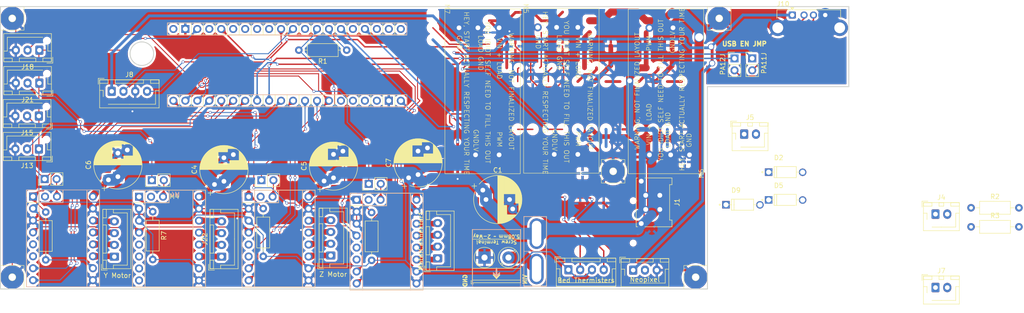
<source format=kicad_pcb>
(kicad_pcb (version 20241229) (generator "pcbnew") (generator_version "9.0")
  (layers (0 "F.Cu" signal) (2 "B.Cu" signal) (13 "F.Paste" user) (15 "B.Paste" user) (5 "F.SilkS" user "F.Silkscreen") (7 "B.SilkS" user "B.Silkscreen") (1 "F.Mask" user) (3 "B.Mask" user) (25 "Edge.Cuts" user))
  (net 0 "")
  (net 1 "GND")
  (net 2 "/M_UART")
  (net 3 "/UART_RX")
  (net 4 "/MX_EN")
  (net 5 "+3V3")
  (net 6 "/MY_EN")
  (net 7 "/MZ_EN")
  (net 8 "/ME_EN")
  (net 9 "Net-(J9-Pin_2)")
  (net 10 "/MX_DIAG")
  (net 11 "+24V")
  (net 12 "/NEOPIXEL_PIN")
  (net 13 "+5V")
  (net 14 "/MY_DIAG")
  (net 15 "/PA11")
  (net 16 "/PA12")
  (net 17 "/Mosfet2/Output_Return")
  (net 18 "/MZ_DIAG")
  (net 19 "/XMotor/A2")
  (net 20 "/XMotor/B1")
  (net 21 "/XMotor/A1")
  (net 22 "/ME_DIAG")
  (net 23 "/XMotor/B2")
  (net 24 "/YMotor/B2")
  (net 25 "/YMotor/A2")
  (net 26 "/YMotor/A1")
  (net 27 "/MX_DIR")
  (net 28 "/MX_STEP")
  (net 30 "/YMotor/B1")
  (net 33 "/MY_DIR")
  (net 35 "/MY_STEP")
  (net 38 "/Mosfet3/Output_Return")
  (net 39 "/MZ_DIR")
  (net 42 "/MZ_STEP")
  (net 44 "/ZMotor/A1")
  (net 45 "/ZMotor/B2")
  (net 46 "/ZMotor/A2")
  (net 47 "/ZMotor/B1")
  (net 49 "/OpticSensor")
  (net 50 "/SwitchSensor")
  (net 51 "/SGPIO_5")
  (net 52 "/SGPIO_4")
  (net 54 "/SGPIO_3")
  (net 55 "GNDA")
  (net 56 "Net-(J12-Pin_2)")
  (net 57 "Net-(J14-Pin_2)")
  (net 58 "/RGB_PIN")
  (net 59 "Net-(J17-Pin_2)")
  (net 60 "/MS_DIR")
  (net 65 "/MS_EN")
  (net 66 "/MS_STEP")
  (net 67 "/MS_DIAG")
  (net 68 "/BED_THM_2")
  (net 69 "/BED_THM_1")
  (net 70 "/EMotor/A1")
  (net 71 "/EMotor/A2")
  (net 72 "/EMotor/B2")
  (net 73 "/EMotor/B1")
  (net 74 "/ME_STEP")
  (net 76 "/ME_DIR")
  (net 79 "Net-(J20-Pin_2)")
  (net 80 "/Mosfet1/Output_Return")
  (net 81 "/D-")
  (net 82 "/D+")
  (footprint "Connector_JST:JST_XH_B4B-XH-A_1x04_P2.50mm_Vertical" (layer "F.Cu") (at 157.75 88.5 90)
    (property "Reference" "MotorConnector1")
    (property "Value" "Conn_01x04")
  )
  (footprint "Resistor_THT:R_Axial_DIN0207_L6.3mm_D2.5mm_P10.16mm_Horizontal" (layer "F.Cu") (at 97.31 78.58 -90)
    (property "Reference" "R7")
    (property "Value" "10kΩ")
  )
  (footprint "Connector_PinHeader_2.54mm:PinHeader_1x02_P2.54mm_Vertical" (layer "F.Cu") (at 143.145 72.66 90)
    (property "Reference" "J12" (hide yes))
    (property "Value" "SensorlessHoming" (hide yes))
  )
  (footprint "OpenA1K:Mountinghole_m1.5" (layer "F.Cu") (at 217.5 37.5)
    (property "Reference" "H4" (hide yes))
    (property "Value" "M1.5" (hide yes))
  )
  (footprint "OpenA1K:Updated ATO Mini-Blade_2Post" (layer "F.Cu") (at 178.845 87 -90)
    (property "Reference" "F1" (hide yes))
    (property "Value" "Mini ATO Fuse")
  )
  (footprint "Connector_JST:JST_XH_B3B-XH-AM_1x03_P2.50mm_Vertical" (layer "F.Cu") (at 73.25 51.25 180)
    (property "Reference" "J21")
    (property "Value" "Endstop")
  )
  (footprint "Connector_PinHeader_2.54mm:PinHeader_1x02_P2.54mm_Vertical" (layer "F.Cu") (at 97.12 71.89 90)
    (property "Reference" "J20" (hide yes))
    (property "Value" "SensorlessHoming" (hide yes))
  )
  (footprint "Connector_Molex:Molex_Micro-Fit_3.0_43045-0412_2x02_P3.00mm_Vertical" (layer "F.Cu") (at 204.9 75.1 -90)
    (property "Reference" "J1")
    (property "Value" "Molex 2x02 Microfit" (hide yes))
  )
  (footprint "Connector_JST:JST_XH_B2B-XH-AM_1x02_P2.50mm_Vertical" (layer "F.Cu") (at 263.39 94.7)
    (property "Reference" "J7")
    (property "Value" "FanConn")
  )
  (footprint "OpenA1K:TMC2209 Footprint" (layer "F.Cu") (at 94.41 75.4)
    (property "Reference" "M4")
    (property "Value" "TMC2209 Breakout" (hide yes))
  )
  (footprint "OpenA1K:TMC2209 Footprint" (layer "F.Cu") (at 140.57 76.05)
    (property "Reference" "M1" (hide yes))
    (property "Value" "TMC2209 Breakout" (hide yes))
  )
  (footprint "Resistor_THT:R_Axial_DIN0207_L6.3mm_D2.5mm_P10.16mm_Horizontal" (layer "F.Cu") (at 120.75 77.92 -90)
    (property "Reference" "R6" (hide yes))
    (property "Value" "10kΩ" (hide yes))
  )
  (footprint "Resistor_THT:R_Axial_DIN0207_L6.3mm_D2.5mm_P10.16mm_Horizontal" (layer "F.Cu") (at 74.61 78.66 -90)
    (property "Reference" "R5" (hide yes))
    (property "Value" "10kΩ" (hide yes))
  )
  (footprint "Resistor_THT:R_Axial_DIN0207_L6.3mm_D2.5mm_P10.16mm_Horizontal" (layer "F.Cu") (at 138.464 44.24 180)
    (property "Reference" "R1")
    (property "Value" "1kΩ")
  )
  (footprint "Capacitor_THT:CP_Radial_D10.0mm_P5.00mm_P7.50mm" (layer "F.Cu") (at 89.91 71.14 90)
    (property "Reference" "C6")
    (property "Value" "220uF" (hide yes))
  )
  (footprint "OpenA1K:Mountinghole_m1.5" (layer "F.Cu") (at 67.5 92.5)
    (property "Reference" "H3" (hide yes))
    (property "Value" "M1.5" (hide yes))
  )
  (footprint "OpenA1K:Diode" (layer "F.Cu") (at 224.1135 77.1)
    (property "Reference" "D9")
    (property "Value" "D")
  )
  (footprint "Connector_PinHeader_2.54mm:PinHeader_1x02_P2.54mm_Vertical" (layer "F.Cu") (at 220.75 46)
    (property "Reference" "J15" (hide yes))
    (property "Value" "PA12J")
  )
  (footprint "OpenA1K:TMC2209 Footprint" (layer "F.Cu") (at 117.66 75.4)
    (property "Reference" "M3" (hide yes))
    (property "Value" "TMC2209 Breakout" (hide yes))
  )
  (footprint "Connector_JST:JST_XH_B3B-XH-AM_1x03_P2.50mm_Vertical" (layer "F.Cu") (at 199.25 91)
    (property "Reference" "J3" (hide yes))
    (property "Value" "Neopixel")
  )
  (footprint "Connector_JST:JST_XH_B4B-XH-AM_1x04_P2.50mm_Vertical" (layer "F.Cu") (at 88.6 53)
    (property "Reference" "J8")
    (property "Value" "SmFilSns")
  )
  (footprint "Connector_JST:JST_XH_B3B-XH-AM_1x03_P2.50mm_Vertical" (layer "F.Cu") (at 73.15 65.25 180)
    (property "Reference" "J13")
    (property "Value" "Endstop")
  )
  (footprint "OpenA1K:TMC2209 Footprint" (layer "F.Cu") (at 71.91 75.36)
    (property "Reference" "M2" (hide yes))
    (property "Value" "TMC2209 Breakout" (hide yes))
  )
  (footprint "OpenA1K:STM32 Blackpill Socketed" (layer "F.Cu") (at 125.814 47.37 180)
    (property "Reference" "U1" (hide yes))
    (property "Value" "~")
  )
  (footprint "OpenA1K:Diode" (layer "F.Cu") (at 233.168 76.0746)
    (property "Reference" "D5")
    (property "Value" "D")
  )
  (footprint "OpenA1K:Diode" (layer "F.Cu") (at 233.168 70.1746)
    (property "Reference" "D2")
    (property "Value" "D")
  )
  (footprint "Connector_JST:JST_XH_B4B-XH-A_1x04_P2.50mm_Vertical" (layer "F.Cu") (at 89.16 88.14 90)
    (property "Reference" "J16" (hide yes))
    (property "Value" "Conn_01x04" (hide yes))
  )
  (footprint "OpenA1K:Mountinghole_m1.5" (layer "F.Cu") (at 195 70)
    (property "Reference" "H2" (hide yes))
    (property "Value" "M1.5" (hide yes))
  )
  (footprint "OpenA1K:MosfetModule" (layer "F.Cu") (at 214.2 70.5 90)
    (property "Reference" "M6")
    (property "Value" "~")
  )
  (footprint "Resistor_THT:R_Axial_DIN0207_L6.3mm_D2.5mm_P10.16mm_Horizontal" (layer "F.Cu") (at 270.94 77.75)
    (property "Reference" "R2")
    (property "Value" "4.7kΩ")
  )
  (footprint "Connector_PinHeader_2.54mm:PinHeader_1x02_P2.54mm_Vertical" (layer "F.Cu") (at 224.5 46)
    (property "Reference" "J14" (hide yes))
    (property "Value" "PA11J")
  )
  (footprint "Capacitor_THT:CP_Radial_D10.0mm_P5.00mm_P7.50mm" (layer "F.Cu") (at 153.6 70.7 90)
    (property "Reference" "C7")
    (property "Value" "220uF")
  )
  (footprint "Resistor_THT:R_Axial_DIN0207_L6.3mm_D2.5mm_P10.16mm_Horizontal" (layer "F.Cu") (at 270.94 81.8)
    (property "Reference" "R3")
    (property "Value" "4.7kΩ")
  )
  (footprint "Connector_PinHeader_2.54mm:PinHeader_1x02_P2.54mm_Vertical" (layer "F.Cu") (at 120.37 71.89 90)
    (property "Reference" "J17" (hide yes))
    (property "Value" "SensorlessHoming" (hide yes))
  )
  (footprint "OpenA1K:MosfetModule" (layer "F.Cu") (at 159.3 35.5 -90)
    (property "Reference" "M7")
    (property "Value" "~")
  )
  (footprint "Connector_JST:JST_XH_B3B-XH-AM_1x03_P2.50mm_Vertical" (layer "F.Cu") (at 73.15 58.25 180)
    (property "Reference" "J15")
    (property "Value" "Endstop")
  )
  (footprint "Connector_JST:JST_XH_B4B-XH-A_1x04_P2.50mm_Vertical" (layer "F.Cu") (at 111.91 88.14 90)
    (property "Reference" "J22")
    (property "Value" "Conn_01x04")
  )
  (footprint "Capacitor_THT:CP_Radial_D10.0mm_P5.00mm_P7.50mm" (layer "F.Cu") (at 112.41 72.122677 90)
    (property "Reference" "C4")
    (property "Value" "220uF")
  )
  (footprint "Connector_JST:JST_XH_B4B-XH-A_1x04_P2.50mm_Vertical" (layer "F.Cu") (at 185.5 90.92)
    (property "Reference" "J11" (hide yes))
    (property "Value" "Bed Thermisters")
  )
  (footprint "Connector_PinHeader_2.54mm:PinHeader_1x02_P2.54mm_Vertical" (layer "F.Cu") (at 74.37 71.64 90)
    (property "Reference" "J14" (hide yes))
    (property "Value" "SensorlessHoming" (hide yes))
  )
  (footprint "Resistor_THT:R_Axial_DIN0207_L6.3mm_D2.5mm_P10.16mm_Horizontal" (layer "F.Cu") (at 143.75 78.75 -90)
    (property "Reference" "R4" (hide yes))
    (property "Value" "10kΩ" (hide yes))
  )
  (footprint "Connector_JST:JST_XH_B4B-XH-A_1x04_P2.50mm_Vertical" (layer "F.Cu") (at 135.07 87.89 90)
    (property "Reference" "J19" (hide yes))
    (property "Value" "Conn_01x04" (hide yes))
  )
  (footprint "Capacitor_THT:CP_Radial_D10.0mm_P5.00mm_P7.50mm" (layer "F.Cu") (at 168.017323 76)
    (property "Reference" "C1")
    (property "Value" "220uF")
  )
  (footprint "Connector_JST:JST_XH_B2B-XH-AM_1x02_P2.50mm_Vertical" (layer "F.Cu") (at 222.8 62.1)
    (property "Reference" "J5")
    (property "Value" "HotendConn")
  )
  (footprint "Connector_JST:JST_XH_B3B-XH-AM_1x03_P2.50mm_Vertical" (layer "F.Cu") (at 73.25 44.25 180)
    (property "Reference" "J18")
    (property "Value" "Endstop")
  )
  (footprint "OpenA1K:MosfetModule" (layer "F.Cu") (at 176 35.4 -90)
    (property "Reference" "M5")
    (property "Value" "~")
  )
  (footprint "Capacitor_THT:CP_Radial_D10.0mm_P5.00mm_P7.50mm" (layer "F.Cu") (at 135.66 71.39 90)
    (property "Reference" "C5")
    (property "Value" "220uF")
  )
  (footprint "OpenA1K:1x2 Terminal Block" (layer "F.Cu") (at 167.705 88.321)
    (property "Reference" "J9" (hide yes))
    (property "Value" "Screw_Terminal_01x02" (hide yes))
  )
  (footprint "OpenA1K:Mountinghole_m1.5" (layer "F.Cu") (at 67.5 37.5)
    (property "Reference" "H1" (hide yes))
    (property "Value" "M1.5" (hide yes))
  )
  (footprint "OpenA1K:Mountinghole_m1.5" (layer "F.Cu") (at 212.5 92.5)
    (property "Reference" "H5" (hide yes))
    (property "Value" "M1.5" (hide yes))
  )
  (footprint "Connector_USB:USB_A_Connfly_DS1095" (layer "F.Cu") (at 233 36.79)
    (property "Reference" "J10")
    (property "Value" "USB_A")
  )
  (footprint "Connector_JST:JST_XH_B2B-XH-AM_1x02_P2.50mm_Vertical" (layer "F.Cu") (at 263.39 79.1)
    (property "Reference" "J4")
    (property "Value" "HeatedBedConn")
  )
  (gr_line (start 245 35) (end 65 35) (stroke (width 0.2)) (layer "Edge.Cuts"))
  (gr_line (start 215 95) (end 215 52) (stroke (width 0.2)) (layer "Edge.Cuts"))
  (gr_line (start 65 95) (end 215 95) (stroke (width 0.2)) (layer "Edge.Cuts"))
  (gr_line (start 215 52) (end 245 52) (stroke (width 0.2)) (layer "Edge.Cuts"))
  (gr_circle (center 95 45) (end 92.5 45) (stroke (width 0.2)) (fill no) (layer "Edge.Cuts"))
  (gr_line (start 65 35) (end 65 95) (stroke (width 0.2)) (layer "Edge.Cuts"))
  (gr_line (start 245 52) (end 245 35) (stroke (width 0.2)) (layer "Edge.Cuts"))
  (gr_text "USB EN JMP" (at 218 43.5 0) (layer "F.SilkS") (effects (font (size 1 1) (thickness 0.25) (bold yes)) (justify left bottom)))
  (segment (start 206.5 50.92) (end 209.5 50.92) (width 0.6) (layer "F.Cu") (net 0))
  (segment (start 172.4225 48.01) (end 172.4225 41.6725) (width 0.6) (layer "F.Cu") (net 0))
  (segment (start 187.5 50.92) (end 188.954 49.466) (width 0.6) (layer "F.Cu") (net 0))
  (segment (start 190.386 49.466) (end 191.46 48.392) (width 0.6) (layer "F.Cu") (net 0))
  (segment (start 191.46 48.392) (end 191.46 48) (width 0.6) (layer "F.Cu") (net 0))
  (segment (start 156.75 39.5) (end 160.25 43) (width 0.3) (layer "F.Cu") (net 0))
  (segment (start 196.46 50.92) (end 193.46 50.92) (width 0.6) (layer "F.Cu") (net 0))
  (segment (start 201.841 49.579) (end 200.5 50.92) (width 0.6) (layer "F.Cu") (net 0))
  (segment (start 181.25 48.7225) (end 181.9625 48.01) (width 0.3) (layer "F.Cu") (net 0))
  (segment (start 188.954 49.466) (end 190.386 49.466) (width 0.6) (layer "F.Cu") (net 0))
  (segment (start 177.968 36.218) (end 179.75 38) (width 0.6) (layer "F.Cu") (net 0))
  (segment (start 203.353 49.579) (end 201.841 49.579) (width 0.6) (layer "F.Cu") (net 0))
  (segment (start 179.75 47.6825) (end 179.4225 48.01) (width 0.3) (layer "F.Cu") (net 0))
  (segment (start 174.75 48.2225) (end 174.9625 48.01) (width 0.3) (layer "F.Cu") (net 0))
  (segment (start 204.54 48.392) (end 203.353 49.579) (width 0.6) (layer "F.Cu") (net 0))
  (segment (start 172.4934 38) (end 174.2754 36.218) (width 0.6) (layer "F.Cu") (net 0))
  (segment (start 174.75 61.08) (end 177.95 61.08) (width 0.3) (layer "F.Cu") (net 0))
  (segment (start 181.25 50.92) (end 181.25 48.7225) (width 0.3) (layer "F.Cu") (net 0))
  (segment (start 168.75 38) (end 172.4934 38) (width 0.6) (layer "F.Cu") (net 0))
  (segment (start 172.4225 41.6725) (end 168.75 38) (width 0.6) (layer "F.Cu") (net 0))
  (segment (start 174.2754 36.218) (end 177.968 36.218) (width 0.6) (layer "F.Cu") (net 0))
  (segment (start 160.25 43) (end 168.75 43) (width 0.3) (layer "F.Cu") (net 0))
  (segment (start 174.75 50.92) (end 174.75 48.2225) (width 0.3) (layer "F.Cu") (net 0))
  (segment (start 182.4299 38) (end 184.2754 36.1545) (width 0.6) (layer "F.Cu") (net 0))
  (segment (start 204.54 48) (end 204.54 48.392) (width 0.6) (layer "F.Cu") (net 0))
  (segment (start 179.75 40.5) (end 179.75 47.6825) (width 0.3) (layer "F.Cu") (net 0))
  (segment (start 179.75 38) (end 182.4299 38) (width 0.6) (layer "F.Cu") (net 0))
  (segment (start 193.5 64.75) (end 193.5 61.12) (width 0.6) (layer "B.Cu") (net 0))
  (segment (start 193.5 61.12) (end 193.46 61.08) (width 0.6) (layer "B.Cu") (net 0))
  (segment (start 206.5 61.08) (end 206.5 64.75) (width 0.6) (layer "B.Cu") (net 0))
  (segment (start 204.25 83.31) (end 203.19 82.25) (width 0.5) (layer "F.Cu") (net 1))
  (segment (start 193.38 48) (end 194 48) (width 0.3) (layer "F.Cu") (net 1))
  (segment (start 207.08 48) (end 206.42 48) (width 0.3) (layer "F.Cu") (net 1))
  (segment (start 71.91 80.44) (end 68.15 76.68) (width 0.2) (layer "F.Cu") (net 1))
  (segment (start 184.25 47.7575) (end 184.5025 48.01) (width 0.3) (layer "F.Cu") (net 1))
  (segment (start 173.689467 76.672144) (end 173.017323 76) (width 2.5) (layer "F.Cu") (net 1))
  (segment (start 136.987856 66.39) (end 137.66 65.717856) (width 1.4) (layer "F.Cu") (net 1))
  (segment (start 68.25 44.25) (end 68.25 38.25) (width 0.2) (layer "F.Cu") (net 1))
  (segment (start 139.92 77.94) (end 140.57 78.59) (width 0.2) (layer "F.Cu") (net 1))
  (segment (start 203.19 82.25) (end 201.949 81.009) (width 0.5) (layer "F.Cu") (net 1))
  (segment (start 193 76.76) (end 193 72) (width 0.5) (layer "F.Cu") (net 1))
  (segment (start 68.25 44.25) (end 68.25 65.15) (width 0.2) (layer "F.Cu") (net 1))
  (segment (start 85.841 79.131) (end 84.61 77.9) (width 0.2) (layer "F.Cu") (net 1))
  (segment (start 204.25 91) (end 211 91) (width 0.5) (layer "F.Cu") (net 1))
  (segment (start 140.57 78.59) (end 140.57 81.13) (width 0.2) (layer "F.Cu") (net 1))
  (segment (start 207.5 43.25) (end 207.5 47.58) (width 1) (layer "F.Cu") (net 1))
  (segment (start 200.186537 87.511) (end 197.184517 87.511) (width 3) (layer "F.Cu") (net 1))
  (segment (start 152.079 92.639) (end 152.079 79.781) (width 0.2) (layer "F.Cu") (net 1))
  (segment (start 112.41 67.122677) (end 105.319 74.213677) (width 1.4) (layer "F.Cu") (net 1))
  (segment (start 177.5025 48.01) (end 177.5025 46.6825) (width 0.3) (layer "F.Cu") (net 1))
  (segment (start 207.5 39.75) (end 208 39.25) (width 1) (layer "F.Cu") (net 1))
  (segment (start 135.66 66.39) (end 127.97 74.08) (width 1.4) (layer "F.Cu") (net 1))
  (segment (start 107.11 77.94) (end 105.329 79.721) (width 0.2) (layer "F.Cu") (net 1))
  (segment (start 193 72) (end 195 70) (width 0.5) (layer "F.Cu") (net 1))
  (segment (start 203.19 82.25) (end 203.19 84.507537) (width 3) (layer "F.Cu") (net 1))
  (segment (start 89.91 66.14) (end 82.819 73.231) (width 1.4) (layer "F.Cu") (net 1))
  (segment (start 215.75 39.25) (end 217.5 37.5) (width 1) (layer "F.Cu") (net 1))
  (segment (start 179.141 52.111) (end 183.059 52.111) (width 0.3) (layer "F.Cu") (net 1))
  (segment (start 184.25 43.3665) (end 184.25 47.7575) (width 0.3) (layer "F.Cu") (net 1))
  (segment (start 127.97 75.55) (end 130.36 77.94) (width 1.4) (layer "F.Cu") (net 1))
  (segment (start 68.25 38.25) (end 67.5 37.5) (width 0.2) (layer "F.Cu") (net 1))
  (segment (start 201.949 81.009) (end 197.249 81.009) (width 0.5) (layer "F.Cu") (net 1))
  (segment (start 71.91 80.44) (end 67.5 84.85) (width 0.2) (layer "F.Cu") (net 1))
  (segment (start 187.673517 78) (end 173.689467 78) (width 3) (layer "F.Cu") (net 1))
  (segment (start 112.41 67.122677) (end 113.737856 67.122677) (width 1.4) (layer "F.Cu") (net 1))
  (segment (start 128.75 91.57) (end 128.75 82.469) (width 0.2) (layer "F.Cu") (net 1))
  (segment (start 135.66 66.39) (end 136.987856 66.39) (width 1.4) (layer "F.Cu") (net 1))
  (segment (start 115.25 77.94) (end 107.11 77.94) (width 0.2) (layer "F.Cu") (net 1))
  (segment (start 153.27 93.83) (end 152.079 92.639) (width 0.2) (layer "F.Cu") (net 1))
  (segment (start 204.25 91) (end 204.25 83.31) (width 0.5) (layer "F.Cu") (net 1))
  (segment (start 96.470999 79.721) (end 95.880999 79.131) (width 0.2) (layer "F.Cu") (net 1))
  (segment (start 95.880999 79.131) (end 85.841 79.131) (width 0.2) (layer "F.Cu") (net 1))
  (segment (start 204.16 50.92) (end 207.08 48) (width 1) (layer "F.Cu") (net 1))
  (segment (start 82.819 76.109) (end 84.61 77.9) (width 1.4) (layer "F.Cu") (net 1))
  (segment (start 183.059 52.111) (end 184.25 50.92) (width 0.3) (layer "F.Cu") (net 1))
  (segment (start 82.07 80.44) (end 71.91 80.44) (width 0.2) (layer "F.Cu") (net 1))
  (segment (start 188.08 76.76) (end 188 76.84) (width 0.5) (layer "F.Cu") (net 1))
  (segment (start 130.36 93.18) (end 128.75 91.57) (width 0.2) (layer "F.Cu") (net 1))
  (segment (start 105.329 79.721) (end 96.470999 79.721) (width 0.2) (layer "F.Cu") (net 1))
  (segment (start 177.5025 50.4725) (end 177.95 50.92) (width 0.3) (layer "F.Cu") (net 1))
  (segment (start 84.61 77.9) (end 82.07 80.44) (width 0.2) (layer "F.Cu") (net 1))
  (segment (start 89.91 66.14) (end 91.237856 66.14) (width 1.4) (layer "F.Cu") (net 1))
  (segment (start 177.95 50.92) (end 179.141 52.111) (width 0.3) (layer "F.Cu") (net 1))
  (segment (start 68.15 76.68) (end 68.15 65.25) (width 0.2) (layer "F.Cu") (net 1))
  (segment (start 67.5 84.85) (end 67.5 92.5) (width 0.2) (layer "F.Cu") (net 1))
  (segment (start 173.689467 78) (end 173.689467 76.672144) (width 2.5) (layer "F.Cu") (net 1))
  (segment (start 207.5 43.25) (end 207.5 39.75) (width 1) (layer "F.Cu") (net 1))
  (segment (start 151.479 76.799) (end 153.27 78.59) (width 1.4) (layer "F.Cu") (net 1))
  (segment (start 177.5025 46.6825) (end 174.25 43.43) (width 0.3) (layer "F.Cu") (net 1))
  (segment (start 167.705 88.321) (end 167.705 81.312323) (width 2.5) (layer "F.Cu") (net 1))
  (segment (start 156.41 66.622677) (end 157.737856 66.622677) (width 1.4) (layer "F.Cu") (net 1))
  (segment (start 151.479 71.553677) (end 151.479 76.799) (width 1.4) (layer "F.Cu") (net 1))
  (segment (start 130.36 77.94) (end 139.92 77.94) (width 0.2) (layer "F.Cu") (net 1))
  (segment (start 174.25 43.43) (end 174.25 41.5) (width 0.3) (layer "F.Cu") (net 1))
  (segment (start 203.5 50.92) (end 204.16 50.92) (width 1) (layer "F.Cu") (net 1))
  (segment (start 81 58.5) (end 82.25 57.25) (width 0.2) (layer "F.Cu") (net 1))
  (segment (start 115.25 80) (end 115.25 77.94) (width 0.2) (layer "F.Cu") (net 1))
  (segment (start 194.5 43.3665) (end 194.5 47.5) (width 1) (layer "F.Cu") (net 1))
  (segment (start 127.97 74.08) (end 127.97 75.55) (width 1.4) (layer "F.Cu") (net 1))
  (segment (start 184.5025 50.6675) (end 184.25 50.92) (width 0.3) (layer "F.Cu") (net 1))
  (segment (start 167.705 81.312323) (end 173.017323 76) (width 2.5) (layer "F.Cu") (net 1))
  (segment (start 157.737856 66.622677) (end 158.41 65.950533) (width 1.4) (layer "F.Cu") (net 1))
  (segment (start 197.249 81.009) (end 193 76.76) (width 0.5) (layer "F.Cu") (net 1))
  (segment (start 203.19 84.507537) (end 200.186537 87.511) (width 3) (layer "F.Cu") (net 1))
  (segment (start 197.184517 87.511) (end 187.673517 78) (width 3) (layer "F.Cu") (net 1))
  (segment (start 105.319 76.149) (end 107.11 77.94) (width 1.4) (layer "F.Cu") (net 1))
  (segment (start 217.5 37.5) (end 227.93 37.5) (width 3) (layer "F.Cu") (net 1))
  (segment (start 194.5 47.5) (end 194 48) (width 1) (layer "F.Cu") (net 1))
  (segment (start 193 76.76) (end 188.08 76.76) (width 0.5) (layer "F.Cu") (net 1))
  (segment (start 82.819 73.231) (end 82.819 76.109) (width 1.4) (layer "F.Cu") (net 1))
  (segment (start 82.25 57.25) (end 93 57.25) (width 0.2) (layer "F.Cu") (net 1))
  (segment (start 152.079 79.781) (end 153.27 78.59) (width 0.2) (layer "F.Cu") (net 1))
  (segment (start 91.237856 66.14) (end 91.91 65.467856) (width 1.4) (layer "F.Cu") (net 1))
  (segment (start 207.5 47.58) (end 207.08 48) (width 1) (layer "F.Cu") (net 1))
  (segment (start 194 48) (end 191.08 50.92) (width 1) (layer "F.Cu") (net 1))
  (segment (start 68.25 65.15) (end 68.15 65.25) (width 0.2) (layer "F.Cu") (net 1))
  (segment (start 156.41 66.622677) (end 151.479 71.553677) (width 1.4) (layer "F.Cu") (net 1))
  (segment (start 81 61) (end 81 58.5) (width 0.2) (layer "F.Cu") (net 1))
  (segment (start 105.319 74.213677) (end 105.319 76.149) (width 1.4) (layer "F.Cu") (net 1))
  (segment (start 177.5025 48.01) (end 177.5025 50.4725) (width 0.3) (layer "F.Cu") (net 1))
  (segment (start 208 39.25) (end 215.75 39.25) (width 1) (layer "F.Cu") (net 1))
  (segment (start 211 91) (end 212.5 92.5) (width 0.5) (layer "F.Cu") (net 1))
  (segment (start 174.25 41.5) (end 173 40.25) (width 0.3) (layer "F.Cu") (net 1))
  (segment (start 227.93 37.5) (end 229.93 39.5) (width 3) (layer "F.Cu") (net 1))
  (segment (start 184.5025 48.01) (end 184.5025 50.6675) (width 0.3) (layer "F.Cu") (net 1))
  (segment (start 191.08 50.92) (end 190.46 50.92) (width 1) (layer "F.Cu") (net 1))
  (segment (start 113.737856 67.122677) (end 114.41 66.450533) (width 1.4) (layer "F.Cu") (net 1))
  (segment (start 117.66 77.94) (end 115.25 77.94) (width 0.2) (layer "F.Cu") (net 1))
  (via (at 173 40.25) (size 0.6) (drill 0.4) (layers "F.Cu" "B.Cu") (net 1))
  (via (at 93 57.25) (size 0.6) (drill 0.4) (layers "F.Cu" "B.Cu") (net 1))
  (via (at 128.75 82.469) (size 0.6) (drill 0.4) (layers "F.Cu" "B.Cu") (net 1))
  (via (at 81 61) (size 0.6) (drill 0.4) (layers "F.Cu" "B.Cu") (net 1))
  (via (at 115.25 80) (size 0.6) (drill 0.4) (layers "F.Cu" "B.Cu") (net 1))
  (segment (start 114.41 66.450533) (end 135.599467 66.450533) (width 2.5) (layer "B.Cu") (net 1))
  (segment (start 135.599467 66.450533) (end 135.66 66.39) (width 2.5) (layer "B.Cu") (net 1))
  (segment (start 109.037728 93.18) (end 115.25 86.967728) (width 0.2) (layer "B.Cu") (net 1))
  (segment (start 173.017323 74.690144) (end 173.017323 76) (width 2.5) (layer "B.Cu") (net 1))
  (segment (start 209.04 64.75) (end 209.04 66.86) (width 0.6) (layer "B.Cu") (net 1))
  (segment (start 91.91 65.467856) (end 113.427323 65.467856) (width 2.5) (layer "B.Cu") (net 1))
  (segment (start 128.75 82.469) (end 128.75 79.55) (width 0.2) (layer "B.Cu") (net 1))
  (segment (start 147.404 54.99) (end 147.404 57.616677) (width 0.2) (layer "B.Cu") (net 1))
  (segment (start 242.71 39.5) (end 243.07 39.5) (width 0.3) (layer "B.Cu") (net 1))
  (segment (start 195 70) (end 194.75 70) (width 0.6) (layer "B.Cu") (net 1))
  (segment (start 196.04 64.75) (end 196.04 61.5) (width 0.6) (layer "B.Cu") (net 1))
  (segment (start 209.5 61.08) (end 209.5 64.29) (width 0.6) (layer "B.Cu") (net 1))
  (segment (start 137.66 65.717856) (end 155.505179 65.717856) (width 2.5) (layer "B.Cu") (net 1))
  (segment (start 84.61 77.9) (end 85.801 79.091) (width 0.2) (layer "B.Cu") (net 1))
  (segment (start 209.04 66.86) (end 210.18 68) (width 0.6) (layer "B.Cu") (net 1))
  (segment (start 91.91 65.467856) (end 85.467856 65.467856) (width 0.2) (layer "B.Cu") (net 1))
  (segment (start 164.277712 65.950533) (end 173.017323 74.690144) (width 2.5) (layer "B.Cu") (net 1))
  (segment (start 155.505179 65.717856) (end 156.41 66.622677) (width 2.5) (layer "B.Cu") (net 1))
  (segment (start 93 57.25) (end 93.6 56.65) (width 0.2) (layer "B.Cu") (net 1))
  (segment (start 188.819 52.561) (end 190.46 50.92) (width 1.2) (layer "B.Cu") (net 1))
  (segment (start 147.404 57.616677) (end 156.41 66.622677) (width 0.2) (layer "B.Cu") (net 1))
  (segment (start 203.5 55.08) (end 209.5 61.08) (width 0.6) (layer "B.Cu") (net 1))
  (segment (start 203.5 50.92) (end 203.5 55.08) (width 0.6) (layer "B.Cu") (net 1))
  (segment (start 202.046 49.466) (end 203.5 50.92) (width 0.6) (layer "B.Cu") (net 1))
  (segment (start 172.75 40.5) (end 168.75 40.5) (width 0.3) (layer "B.Cu") (net 1))
  (segment (start 173 40.25) (end 172.75 40.5) (width 0.3) (layer "B.Cu") (net 1))
  (segment (start 93.6 56.65) (end 93.6 53) (width 0.2) (layer "B.Cu") (net 1))
  (segment (start 185.891 52.561) (end 188.819 52.561) (width 1.2) (layer "B.Cu") (net 1))
  (segment (start 195.466 49.466) (end 202.046 49.466) (width 0.6) (layer "B.Cu") (net 1))
  (segment (start 128.75 79.55) (end 130.36 77.94) (width 0.2) (layer "B.Cu") (net 1))
  (segment (start 194 48) (end 195.466 49.466) (width 0.6) (layer "B.Cu") (net 1))
  (segment (start 240 36.79) (end 242.71 39.5) (width 3) (layer "B.Cu") (net 1))
  (segment (start 190.46 55.08) (end 196.46 61.08) (width 0.6) (layer "B.Cu") (net 1))
  (segment (start 209.5 64.29) (end 209.04 64.75) (width 0.6) (layer "B.Cu") (net 1))
  (segment (start 107.11 93.18) (end 109.037728 93.18) (width 0.2) (layer "B.Cu") (net 1))
  (segment (start 194.32 70.43) (end 188.5 70.43) (width 0.6) (layer "B.Cu") (net 1))
  (segment (start 158.41 65.950533) (end 164.277712 65.950533) (width 2.5) (layer "B.Cu") (net 1))
  (segment (start 85.801 91.949) (end 84.61 93.14) (width 0.2) (layer "B.Cu") (net 1))
  (segment (start 115.25 86.967728) (end 115.25 80) (width 0.2) (layer "B.Cu") (net 1))
  (segment (start 196.04 61.5) (end 196.46 61.08) (width 0.6) (layer "B.Cu") (net 1))
  (segment (start 195 65.79) (end 196.04 64.75) (width 0.6) (layer "B.Cu") (net 1))
  (segment (start 229.93 39.5) (end 243.07 39.5) (width 3) (layer "B.Cu") (net 1))
  (segment (start 195 70) (end 195 65.79) (width 0.6) (layer "B.Cu") (net 1))
  (segment (start 113.427323 65.467856) (end 114.41 66.450533) (width 2.5) (layer "B.Cu") (net 1))
  (segment (start 184.25 50.92) (end 185.891 52.561) (width 1.2) (layer "B.Cu") (net 1))
  (segment (start 85.467856 65.467856) (end 81 61) (width 0.2) (layer "B.Cu") (net 1))
  (segment (start 194.75 70) (end 194.32 70.43) (width 0.6) (layer "B.Cu") (net 1))
  (segment (start 85.801 79.091) (end 85.801 91.949) (width 0.2) (layer "B.Cu") (net 1))
  (segment (start 190.46 50.92) (end 190.46 55.08) (width 0.6) (layer "B.Cu") (net 1))
  (segment (start 94.41 83.02) (end 95.601 81.829) (width 0.2) (layer "F.Cu") (net 2))
  (segment (start 138 67.058856) (end 138 75.748) (width 0.2) (layer "F.Cu") (net 2))
  (segment (start 139.001 65.162395) (end 139.001 66.273317) (width 0.2) (layer "F.Cu") (net 2))
  (segment (start 118.851 81.829) (end 133.703672 81.829) (width 0.2) (layer "F.Cu") (net 2))
  (segment (start 138 75.748) (end 137.5 76.248) (width 0.2) (layer "F.Cu") (net 2))
  (segment (start 138.481 81.581) (end 140.57 83.67) (width 0.2) (layer "F.Cu") (net 2))
  (segment (start 135.895 52.505) (end 135.895 62.056395) (width 0.2) (layer "F.Cu") (net 2))
  (segment (start 117.66 83.02) (end 118.851 81.829) (width 0.2) (layer "F.Cu") (net 2))
  (segment (start 133.951672 81.581) (end 138.481 81.581) (width 0.2) (layer "F.Cu") (net 2))
  (segment (start 138 64.161395) (end 138 64.376856) (width 0.2) (layer "F.Cu") (net 2))
  (segment (start 71.91 82.98) (end 73.101 81.789) (width 0.2) (layer "F.Cu") (net 2))
  (segment (start 111.291672 81.831) (end 116.471 81.831) (width 0.2) (layer "F.Cu") (net 2))
  (segment (start 135.895 62.056395) (end 138 64.161395) (width 0.2) (layer "F.Cu") (net 2))
  (segment (start 116.471 81.831) (end 117.66 83.02) (width 0.2) (layer "F.Cu") (net 2))
  (segment (start 95.601 81.829) (end 111.289672 81.829) (width 0.2) (layer "F.Cu") (net 2))
  (segment (start 135.75 52.36) (end 135.895 52.505) (width 0.2) (layer "F.Cu") (net 2))
  (segment (start 139.001 66.273317) (end 138.215461 67.058856) (width 0.2) (layer "F.Cu") (net 2))
  (segment (start 85.263329 81.949) (end 93.339 81.949) (width 0.2) (layer "F.Cu") (net 2))
  (segment (start 73.101 81.789) (end 85.103329 81.789) (width 0.2) (layer "F.Cu") (net 2))
  (segment (start 138 64.376856) (end 138.215461 64.376856) (width 0.2) (layer "F.Cu") (net 2))
  (segment (start 138.215461 64.376856) (end 139.001 65.162395) (width 0.2) (layer "F.Cu") (net 2))
  (segment (start 138.215461 67.058856) (end 138 67.058856) (width 0.2) (layer "F.Cu") (net 2))
  (segment (start 111.289672 81.829) (end 111.291672 81.831) (width 0.2) (layer "F.Cu") (net 2))
  (segment (start 93.339 81.949) (end 94.41 83.02) (width 0.2) (layer "F.Cu") (net 2))
  (segment (start 133.703672 81.829) (end 133.951672 81.581) (width 0.2) (layer "F.Cu") (net 2))
  (segment (start 85.103329 81.789) (end 85.263329 81.949) (width 0.2) (layer "F.Cu") (net 2))
  (segment (start 137.5 76.248) (end 137.5 76.75) (width 0.2) (layer "F.Cu") (net 2))
  (via (at 135.75 52.36) (size 0.6) (drill 0.4) (layers "F.Cu" "B.Cu") (net 2))
  (via (at 137.5 76.75) (size 0.6) (drill 0.4) (layers "F.Cu" "B.Cu") (net 2))
  (segment (start 135.75 51.686) (end 135.75 52.36) (width 0.2) (layer "B.Cu") (net 2))
  (segment (start 128.304 44.24) (end 135.75 51.686) (width 0.2) (layer "B.Cu") (net 2))
  (segment (start 128.304 44.24) (end 132.164 40.38) (width 0.2) (layer "B.Cu") (net 2))
  (segment (start 132.164 40.38) (end 132.164 39.75) (width 0.2) (layer "B.Cu") (net 2))
  (segment (start 137.5 76.75) (end 137.5 80.6) (width 0.2) (layer "B.Cu") (net 2))
  (segment (start 137.5 80.6) (end 140.57 83.67) (width 0.2) (layer "B.Cu") (net 2))
  (segment (start 138.464 44.24) (end 134.704 40.48) (width 0.2) (layer "B.Cu") (net 3))
  (segment (start 134.704 40.48) (end 134.704 39.75) (width 0.2) (layer "B.Cu") (net 3))
  (segment (start 101.684 54.99) (end 104.194 57.5) (width 0.2) (layer "F.Cu") (net 4))
  (segment (start 141.05 76.05) (end 143.75 78.75) (width 0.2) (layer "F.Cu") (net 4))
  (segment (start 118.75 65.160533) (end 118.75 73.5) (width 0.2) (layer "F.Cu") (net 4))
  (segment (start 119 57.5) (end 119.25 57.75) (width 0.2) (layer "F.Cu") (net 4))
  (segment (start 119.25 57.75) (end 119.25 61.75) (width 0.2) (layer "F.Cu") (net 4))
  (segment (start 127.416376 76.75) (end 128.14 77.473624) (width 0.2) (layer "F.Cu") (net 4))
  (segment (start 140.57 76.05) (end 141.05 76.05) (width 0.2) (layer "F.Cu") (net 4))
  (segment (start 119.25 64.660533) (end 118.75 65.160533) (width 0.2) (layer "F.Cu") (net 4))
  (segment (start 125.75 76.75) (end 127.416376 76.75) (width 0.2) (layer "F.Cu") (net 4))
  (segment (start 104.194 57.5) (end 109.5 57.5) (width 0.2) (layer "F.Cu") (net 4))
  (via (at 119.25 61.75) (size 0.6) (drill 0.4) (layers "F.Cu" "B.Cu") (net 4))
  (via (at 119.25 64.660533) (size 0.6) (drill 0.4) (layers "F.Cu" "B.Cu") (net 4))
  (via (at 128.14 77.473624) (size 0.6) (drill 0.4) (layers "F.Cu" "B.Cu") (net 4))
  (via (at 109.5 57.5) (size 0.6) (drill 0.4) (layers "F.Cu" "B.Cu") (net 4))
  (via (at 125.75 76.75) (size 0.6) (drill 0.4) (layers "F.Cu" "B.Cu") (net 4))
  (via (at 118.75 73.5) (size 0.6) (drill 0.4) (layers "F.Cu" "B.Cu") (net 4))
  (via (at 119 57.5) (size 0.6) (drill 0.4) (layers "F.Cu" "B.Cu") (net 4))
  (segment (start 129.444648 76.168976) (end 129.866671 76.591) (width 0.2) (layer "B.Cu") (net 4))
  (segment (start 131.551 75.75) (end 140.27 75.75) (width 0.2) (layer "B.Cu") (net 4))
  (segment (start 119 64.410533) (end 119.25 64.660533) (width 0.2) (layer "B.Cu") (net 4))
  (segment (start 140.27 75.75) (end 140.57 76.05) (width 0.2) (layer "B.Cu") (net 4))
  (segment (start 131.551 75.893329) (end 131.551 75.75) (width 0.2) (layer "B.Cu") (net 4))
  (segment (start 109.5 57.5) (end 119 57.5) (width 0.2) (layer "B.Cu") (net 4))
  (segment (start 118.75 73.5) (end 122.524329 73.5) (width 0.2) (layer "B.Cu") (net 4))
  (segment (start 119.25 61.75) (end 119 62) (width 0.2) (layer "B.Cu") (net 4))
  (segment (start 130.853329 76.591) (end 131.551 75.893329) (width 0.2) (layer "B.Cu") (net 4))
  (segment (start 129.866671 76.591) (end 130.853329 76.591) (width 0.2) (layer "B.Cu") (net 4))
  (segment (start 128.14 77.473624) (end 129.444648 76.168976) (width 0.2) (layer "B.Cu") (net 4))
  (segment (start 119 62) (end 119 64.410533) (width 0.2) (layer "B.Cu") (net 4))
  (segment (start 125.75 76.725671) (end 125.75 76.75) (width 0.2) (layer "B.Cu") (net 4))
  (segment (start 122.524329 73.5) (end 125.75 76.725671) (width 0.2) (layer "B.Cu") (net 4))
  (segment (start 73.15 44.35) (end 73.25 44.25) (width 0.2) (layer "F.Cu") (net 5))
  (segment (start 73.25 44.25) (end 91.364523 44.25) (width 0.2) (layer "F.Cu") (net 5))
  (segment (start 93.864523 41.75) (end 95.75 41.75) (width 0.2) (layer "F.Cu") (net 5))
  (segment (start 150 59.905098) (end 152.827549 57.077549) (width 0.2) (layer "F.Cu") (net 5))
  (segment (start 91.364523 44.25) (end 93.864523 41.75) (width 0.2) (layer "F.Cu") (net 5))
  (segment (start 73.15 65.25) (end 73.15 44.35) (width 0.2) (layer "F.Cu") (net 5))
  (segment (start 150 72.109) (end 150 59.905098) (width 0.2) (layer "F.Cu") (net 5))
  (via (at 152.827549 57.077549) (size 0.6) (drill 0.4) (layers "F.Cu" "B.Cu") (net 5))
  (via (at 150 72.109) (size 0.6) (drill 0.4) (layers "F.Cu" "B.Cu") (net 5))
  (via (at 95.75 41.75) (size 0.6) (drill 0.4) (layers "F.Cu" "B.Cu") (net 5))
  (segment (start 189.134 92.286) (end 186.866 92.286) (width 0.3) (layer "B.Cu") (net 5))
  (segment (start 186.866 92.286) (end 185.5 90.92) (width 0.3) (layer "B.Cu") (net 5))
  (segment (start 73.259 76.551) (end 93.021 76.551) (width 0.2) (layer "B.Cu") (net 5))
  (segment (start 71.91 77.9) (end 73.15 76.66) (width 0.2) (layer "B.Cu") (net 5))
  (segment (start 74.61 80.6) (end 74.61 88.82) (width 0.2) (layer "B.Cu") (net 5))
  (segment (start 185.5 90.92) (end 181.689 87.109) (width 0.3) (layer "B.Cu") (net 5))
  (segment (start 73.15 76.66) (end 73.15 65.25) (width 0.2) (layer "B.Cu") (net 5))
  (segment (start 105.21 88.74) (end 107.11 90.64) (width 0.2) (layer "B.Cu") (net 5))
  (segment (start 95.75 41.75) (end 104.764 41.75) (width 0.2) (layer "B.Cu") (net 5))
  (segment (start 190.5 90.92) (end 189.134 92.286) (width 0.3) (layer "B.Cu") (net 5))
  (segment (start 142.561 90.099) (end 143.75 88.91) (width 0.2) (layer "B.Cu") (net 5))
  (segment (start 120.75 83.57) (end 120.75 88.08) (width 0.2) (layer "B.Cu") (net 5))
  (segment (start 181.689 87.109) (end 177.966722 87.109) (width 0.3) (layer "B.Cu") (net 5))
  (segment (start 177.966722 87.109) (end 173.785722 91.29) (width 0.3) (layer "B.Cu") (net 5))
  (segment (start 150.99 73.099) (end 150 72.109) (width 0.2) (layer "B.Cu") (net 5))
  (segment (start 97.31 88.74) (end 105.21 88.74) (width 0.2) (layer "B.Cu") (net 5))
  (segment (start 127.8 88.08) (end 130.36 90.64) (width 0.2) (layer "B.Cu") (net 5))
  (segment (start 94.41 77.94) (end 94.41 80.48) (width 0.2) (layer "B.Cu") (net 5))
  (segment (start 150.99 89.01) (end 153.27 91.29) (width 0.2) (layer "B.Cu") (net 5))
  (segment (start 104.764 41.75) (end 106.764 39.75) (width 0.2) (layer "B.Cu") (net 5))
  (segment (start 94.41 80.48) (end 105.425671 80.48) (width 0.2) (layer "B.Cu") (net 5))
  (segment (start 130.36 90.64) (end 130.901 90.099) (width 0.2) (layer "B.Cu") (net 5))
  (segment (start 120.75 88.08) (end 127.8 88.08) (width 0.2) (layer "B.Cu") (net 5))
  (segment (start 71.91 77.9) (end 74.61 80.6) (width 0.2) (layer "B.Cu") (net 5))
  (segment (start 152.827549 57.077549) (end 152.5 56.75) (width 0.2) (layer "B.Cu") (net 5))
  (segment (start 74.61 88.82) (end 82.83 88.82) (width 0.2) (layer "B.Cu") (net 5))
  (segment (start 130.901 90.099) (end 142.561 90.099) (width 0.2) (layer "B.Cu") (net 5))
  (segment (start 152.5 56.75) (end 151.704 56.75) (width 0.2) (layer "B.Cu") (net 5))
  (segment (start 106.616671 79.289) (end 116.469 79.289) (width 0.2) (layer "B.Cu") (net 5))
  (segment (start 150.89 88.91) (end 150.99 89.01) (width 0.2) (layer "B.Cu") (net 5))
  (segment (start 97.31 83.38) (end 97.31 88.74) (width 0.2) (layer "B.Cu") (net 5))
  (segment (start 71.91 77.9) (end 73.259 76.551) (width 0.2) (layer "B.Cu") (net 5))
  (segment (start 105.425671 80.48) (end 106.616671 79.289) (width 0.2) (layer "B.Cu") (net 5))
  (segment (start 82.83 88.82) (end 84.61 90.6) (width 0.2) (layer "B.Cu") (net 5))
  (segment (start 93.021 76.551) (end 94.41 77.94) (width 0.2) (layer "B.Cu") (net 5))
  (segment (start 117.66 80.48) (end 120.75 83.57) (width 0.2) (layer "B.Cu") (net 5))
  (segment (start 94.41 80.48) (end 97.31 83.38) (width 0.2) (layer "B.Cu") (net 5))
  (segment (start 150.99 89.01) (end 150.99 73.099) (width 0.2) (layer "B.Cu") (net 5))
  (segment (start 173.785722 91.29) (end 153.27 91.29) (width 0.3) (layer "B.Cu") (net 5))
  (segment (start 151.704 56.75) (end 149.944 54.99) (width 0.2) (layer "B.Cu") (net 5))
  (segment (start 116.469 79.289) (end 117.66 80.48) (width 0.2) (layer "B.Cu") (net 5))
  (segment (start 143.75 88.91) (end 150.89 88.91) (width 0.2) (layer "B.Cu") (net 5))
  (segment (start 87.865671 59) (end 109.75 59) (width 0.2) (layer "F.Cu") (net 6))
  (segment (start 71.91 75.36) (end 71.91 75.96) (width 0.2) (layer "F.Cu") (net 6))
  (segment (start 71.91 75.36) (end 73.101 74.169) (width 0.2) (layer "F.Cu") (net 6))
  (segment (start 109.75 59) (end 109.75 58.5) (width 0.2) (layer "F.Cu") (net 6))
  (segment (start 111.844 56.406) (end 111.844 54.99) (width 0.2) (layer "F.Cu") (net 6))
  (segment (start 73.101 74.169) (end 74.081 74.169) (width 0.2) (layer "F.Cu") (net 6))
  (segment (start 75.719 71.146671) (end 87.865671 59) (width 0.2) (layer "F.Cu") (net 6))
  (segment (start 109.75 58.5) (end 111.844 56.406) (width 0.2) (layer "F.Cu") (net 6))
  (segment (start 74.081 74.169) (end 75.719 72.531) (width 0.2) (layer "F.Cu") (net 6))
  (segment (start 75.719 72.531) (end 75.719 71.146671) (width 0.2) (layer "F.Cu") (net 6))
  (segment (start 71.91 75.96) (end 74.61 78.66) (width 0.2) (layer "F.Cu") (net 6))
  (segment (start 118.23 75.4) (end 120.75 77.92) (width 0.2) (layer "F.Cu") (net 7))
  (segment (start 127.084 54.99) (end 117.66 64.414) (width 0.2) (layer "F.Cu") (net 7))
  (segment (start 117.66 64.414) (end 117.66 75.4) (width 0.2) (layer "F.Cu") (net 7))
  (segment (start 117.66 75.4) (end 118.23 75.4) (width 0.2) (layer "F.Cu") (net 7))
  (segment (start 94.41 75.68) (end 97.31 78.58) (width 0.2) (layer "F.Cu") (net 8))
  (segment (start 94.41 75.4) (end 94.41 75.68) (width 0.2) (layer "F.Cu") (net 8))
  (segment (start 176.321 88.321) (end 178.75 90.75) (width 2.5) (layer "F.Cu") (net 9))
  (segment (start 172.785 88.321) (end 176.321 88.321) (width 2.5) (layer "F.Cu") (net 9))
  (segment (start 142.75 63.75) (end 143.145 64.145) (width 0.2) (layer "F.Cu") (net 10))
  (segment (start 128.25 49.75) (end 131.5 53) (width 0.2) (layer "F.Cu") (net 10))
  (segment (start 114.544 49.75) (end 128.25 49.75) (width 0.2) (layer "F.Cu") (net 10))
  (segment (start 109.304 54.99) (end 114.544 49.75) (width 0.2) (layer "F.Cu") (net 10))
  (segment (start 143.145 64.145) (end 143.145 72.66) (width 0.2) (layer "F.Cu") (net 10))
  (via (at 131.5 53) (size 0.6) (drill 0.4) (layers "F.Cu" "B.Cu") (net 10))
  (via (at 142.75 63.75) (size 0.6) (drill 0.4) (layers "F.Cu" "B.Cu") (net 10))
  (segment (start 138.593 54.654671) (end 138.593 59.593) (width 0.2) (layer "B.Cu") (net 10))
  (segment (start 75.65 60.25) (end 105.25 60.25) (width 0.2) (layer "B.Cu") (net 10))
  (segment (start 105.25 59.044) (end 109.304 54.99) (width 0.2) (layer "B.Cu") (net 10))
  (segment (start 70.65 65.25) (end 75.65 60.25) (width 0.2) (layer "B.Cu") (net 10))
  (segment (start 131.5 53) (end 136.938329 53) (width 0.2) (layer "B.Cu") (net 10))
  (segment (start 136.938329 53) (end 138.593 54.654671) (width 0.2) (layer "B.Cu") (net 10))
  (segment (start 105.25 60.25) (end 105.25 59.044) (width 0.2) (layer "B.Cu") (net 10))
  (segment (start 138.593 59.593) (end 142.75 63.75) (width 0.2) (layer "B.Cu") (net 10))
  (segment (start 155.082144 71.622677) (end 154.41 72.294821) (width 1.4) (layer "F.Cu") (net 11))
  (segment (start 203.19 79.25) (end 203.19 68.1966) (width 2) (layer "F.Cu") (net 11))
  (segment (start 133.66 72.1) (end 130.36 75.4) (width 1.4) (layer "F.Cu") (net 11))
  (segment (start 213.25 69.19) (end 213.25 43.431) (width 2) (layer "F.Cu") (net 11))
  (segment (start 213.25 43.431) (end 213.25 41.5) (width 2) (layer "F.Cu") (net 11))
  (segment (start 153.27 76.05) (end 153.27 73.434821) (width 1.4) (layer "F.Cu") (net 11))
  (segment (start 107.11 75.4) (end 107.804821 75.4) (width 1.4) (layer "F.Cu") (net 11))
  (segment (start 107.804821 75.4) (end 110.41 72.794821) (width 1.4) (layer "F.Cu") (net 11))
  (segment (start 84.61 75.36) (end 84.61 75.112144) (width 1.4) (layer "F.Cu") (net 11))
  (segment (start 156.41 71.622677) (end 155.082144 71.622677) (width 1.4) (layer "F.Cu") (net 11))
  (segment (start 193.169 66.959) (end 201.9524 66.959) (width 0.6) (layer "F.Cu") (net 11))
  (segment (start 203.19 68.1966) (end 202.968 67.9746) (width 2) (layer "F.Cu") (net 11))
  (segment (start 192.001 62.621) (end 198.959 62.621) (width 1) (layer "F.Cu") (net 11))
  (segment (start 190.96 64.75) (end 193.169 66.959) (width 0.6) (layer "F.Cu") (net 11))
  (segment (start 133.66 72.062144) (end 133.66 72.1) (width 1.4) (layer "F.Cu") (net 11))
  (segment (start 202 38) (end 205.5634 38) (width 1.5) (layer "F.Cu") (net 11))
  (segment (start 201.9524 66.959) (end 202.968 67.9746) (width 0.6) (layer "F.Cu") (net 11))
  (segment (start 194.5254 36.1545) (end 200.1545 36.1545) (width 1.5) (layer "F.Cu") (net 11))
  (segment (start 198.959 62.621) (end 200.5 61.08) (width 1) (layer "F.Cu") (net 11))
  (segment (start 200.1545 36.1545) (end 202 38) (width 1.5) (layer "F.Cu") (net 11))
  (segment (start 162 63.75) (end 162 71.622677) (width 0.6) (layer "F.Cu") (net 11))
  (segment (start 203.19 79.25) (end 213.25 69.19) (width 2) (layer "F.Cu") (net 11))
  (segment (start 205.5634 38) (end 207.5254 36.038) (width 1.5) (layer "F.Cu") (net 11))
  (segment (start 190 38) (end 192.6799 38) (width 1.5) (layer "F.Cu") (net 11))
  (segment (start 153.27 73.434821) (end 154.41 72.294821) (width 1.4) (layer "F.Cu") (net 11))
  (segment (start 84.61 75.112144) (end 87.91 71.812144) (width 1.4) (layer "F.Cu") (net 11))
  (segment (start 192.6799 38) (end 194.5254 36.1545) (width 1.5) (layer "F.Cu") (net 11))
  (segment (start 190.46 61.08) (end 192.001 62.621) (width 1) (layer "F.Cu") (net 11))
  (via (at 162 71.622677) (size 0.6) (drill 0.4) (layers "F.Cu" "B.Cu") (net 11))
  (via (at 162 63.75) (size 0.6) (drill 0.4) (layers "F.Cu" "B.Cu") (net 11))
  (via (at 213.25 41.5) (size 2) (drill 1.7) (layers "F.Cu" "B.Cu") (net 11))
  (segment (start 133.66 72.062144) (end 131.146856 69.549) (width 2.5) (layer "B.Cu") (net 11))
  (segment (start 188.5254 63.218) (end 189.428 63.218) (width 0.6) (layer "B.Cu") (net 11))
  (segment (start 111.737856 72.794821) (end 112.41 72.122677) (width 2.5) (layer "B.Cu") (net 11))
  (segment (start 188.5254 63.0146) (end 190.46 61.08) (width 1) (layer "B.Cu") (net 11))
  (segment (start 200.19 82.25) (end 179.749999 82.25) (width 2.5) (layer "B.Cu") (net 11))
  (segment (start 203.96 64.75) (end 203.96 61.54) (width 1.2) (layer "B.Cu") (net 11))
  (segment (start 203.96 66.9826) (end 202.968 67.9746) (width 1.2) (layer "B.Cu") (net 11))
  (segment (start 168.017323 74.672144) (end 167.345179 74) (width 2.5) (layer "B.Cu") (net 11))
  (segment (start 114.983677 69.549) (end 112.41 72.122677) (width 2.5) (layer "B.Cu") (net 11))
  (segment (start 188.5254 63.218) (end 188.5254 62.1054) (width 0.6) (layer "B.Cu") (net 11))
  (segment (start 87.91 71.812144) (end 89.237856 71.812144) (width 2.5) (layer "B.Cu") (net 11))
  (segment (start 156.41 71.622677) (end 162 71.622677) (width 2.5) (layer "B.Cu") (net 11))
  (segment (start 189.428 63.218) (end 190.96 64.75) (width 0.6) (layer "B.Cu") (net 11))
  (segment (start 178.749999 83.25) (end 175 83.25) (width 2.5) (layer "B.Cu") (net 11))
  (segment (start 179.749999 82.25) (end 178.749999 83.25) (width 4) (layer "B.Cu") (net 11))
  (segment (start 89.237856 71.812144) (end 89.91 71.14) (width 2.5) (layer "B.Cu") (net 11))
  (segment (start 91.501 69.549) (end 89.91 71.14) (width 2.5) (layer "B.Cu") (net 11))
  (segment (start 168.017323 76.267323) (end 168.017323 76) (width 2.5) (layer "B.Cu") (net 11))
  (segment (start 162 71.622677) (end 164.967856 71.622677) (width 2.5) (layer "B.Cu") (net 11))
  (segment (start 110.41 72.794821) (end 107.164179 69.549) (width 2.5) (layer "B.Cu") (net 11))
  (segment (start 200.5 61.08) (end 203.5 61.08) (width 1) (layer "B.Cu") (net 11))
  (segment (start 110.41 72.794821) (end 111.737856 72.794821) (width 2.5) (layer "B.Cu") (net 11))
  (segment (start 188.5254 62.1054) (end 187.5 61.08) (width 0.6) (layer "B.Cu") (net 11))
  (segment (start 203.96 61.54) (end 203.5 61.08) (width 1.2) (layer "B.Cu") (net 11))
  (segment (start 168.017323 76) (end 168.017323 74.672144) (width 2.5) (layer "B.Cu") (net 11))
  (segment (start 213.25 39.75) (end 210.001 36.501) (width 2) (layer "B.Cu") (net 11))
  (segment (start 203.96 64.75) (end 203.96 66.9826) (width 1.2) (layer "B.Cu") (net 11))
  (segment (start 131.146856 69.549) (end 114.983677 69.549) (width 2.5) (layer "B.Cu") (net 11))
  (segment (start 136.731 70.319) (end 135.66 71.39) (width 2.5) (layer "B.Cu") (net 11))
  (segment (start 162 47.29) (end 162 63.75) (width 0.6) (layer "B.Cu") (net 11))
  (segment (start 188.5254 63.218) (end 188.5254 63.0146) (width 1) (layer "B.Cu") (net 11))
  (segment (start 154.41 72.294821) (end 152.434179 70.319) (width 2.5) (layer "B.Cu") (net 11))
  (segment (start 156.75 42.04) (end 162 47.29) (width 0.6) (layer "B.Cu") (net 11))
  (segment (start 107.164179 69.549) (end 91.501 69.549) (width 2.5) (layer "B.Cu") (net 11))
  (segment (start 203.19 79.25) (end 200.19 82.25) (width 2) (layer "B.Cu") (net 11))
  (segment (start 210.001 36.501) (end 207.5254 36.501) (width 2) (layer "B.Cu") (net 11))
  (segment (start 134.987856 72.062144) (end 135.66 71.39) (width 1.4) (layer "B.Cu") (net 11))
  (segment (start 175 83.25) (end 168.017323 76.267323) (width 2.5) (layer "B.Cu") (net 11))
  (segment (start 213.25 41.5) (end 213.25 39.75) (width 2) (layer "B.Cu") (net 11))
  (segment (start 152.434179 70.319) (end 136.731 70.319) (width 2.5) (layer "B.Cu") (net 11))
  (segment (start 164.967856 71.622677) (end 167.345179 74) (width 2.5) (layer "B.Cu") (net 11))
  (segment (start 133.66 72.062144) (end 134.987856 72.062144) (width 1.4) (layer "B.Cu") (net 11))
  (segment (start 216 47.04) (end 216 43.75) (width 0.6) (layer "F.Cu") (net 13))
  (segment (start 216 43.75) (end 215.775312 43.525312) (width 0.6) (layer "F.Cu") (net 13))
  (via (at 215.775312 43.525312) (size 1.3) (drill 1) (layers "F.Cu" "B.Cu") (net 13))
  (via (at 216 47.04) (size 1.3) (drill 1) (layers "F.Cu" "B.Cu") (net 13))
  (segment (start 210.25 42) (end 210.25 42.75) (width 0.6) (layer "B.Cu") (net 13))
  (segment (start 210.25 42.75) (end 211.25 43.75) (width 0.6) (layer "B.Cu") (net 13))
  (segment (start 169.80957 44.391) (end 172.30957 41.891) (width 0.6) (layer "B.Cu") (net 13))
  (segment (start 156.75 36.96) (end 96.54 36.96) (width 0.6) (layer "B.Cu") (net 13))
  (segment (start 172.30957 41.891) (end 210.141 41.891) (width 0.6) (layer "B.Cu") (net 13))
  (segment (start 222.510624 36.79) (end 233 36.79) (width 0.6) (layer "B.Cu") (net 13))
  (segment (start 214 76.25) (end 214 49.04) (width 0.6) (layer "B.Cu") (net 13))
  (segment (start 210.141 41.891) (end 210.25 42) (width 0.6) (layer "B.Cu") (net 13))
  (segment (start 164.181 44.391) (end 169.80957 44.391) (width 0.6) (layer "B.Cu") (net 13))
  (segment (start 96.54 36.96) (end 88.5 45) (width 0.6) (layer "B.Cu") (net 13))
  (segment (start 156.75 36.96) (end 164.181 44.391) (width 0.6) (layer "B.Cu") (net 13))
  (segment (start 214 49.04) (end 216 47.04) (width 0.6) (layer "B.Cu") (net 13))
  (segment (start 211.25 43.75) (end 215.550624 43.75) (width 0.6) (layer "B.Cu") (net 13))
  (segment (start 199.25 91) (end 214 76.25) (width 0.6) (layer "B.Cu") (net 13))
  (segment (start 215.550624 43.75) (end 215.775312 43.525312) (width 0.6) (layer "B.Cu") (net 13))
  (segment (start 88.6 45.1) (end 88.6 53) (width 0.6) (layer "B.Cu") (net 13))
  (segment (start 215.775312 43.525312) (end 222.510624 36.79) (width 0.6) (layer "B.Cu") (net 13))
  (segment (start 88.5 45) (end 88.6 45.1) (width 0.6) (layer "B.Cu") (net 13))
  (segment (start 71.841 59.441) (end 70.65 58.25) (width 0.2) (layer "F.Cu") (net 14))
  (segment (start 87.76 58.25) (end 109 58.25) (width 0.2) (layer "F.Cu") (net 14))
  (segment (start 74.37 71.64) (end 71.841 69.111) (width 0.2) (layer "F.Cu") (net 14))
  (segment (start 71.841 69.111) (end 71.841 59.441) (width 0.2) (layer "F.Cu") (net 14))
  (segment (start 74.37 71.64) (end 87.76 58.25) (width 0.2) (layer "F.Cu") (net 14))
  (via (at 109 58.25) (size 0.6) (drill 0.4) (layers "F.Cu" "B.Cu") (net 14))
  (segment (start 121.284 58.25) (end 124.544 54.99) (width 0.2) (layer "B.Cu") (net 14))
  (segment (start 109 58.25) (end 121.284 58.25) (width 0.2) (layer "B.Cu") (net 14))
  (segment (start 162.227222 47.25) (end 123.75 47.25) (width 0.3) (layer "F.Cu") (net 15))
  (segment (start 163.191 45.713778) (end 163.191 46.286222) (width 0.3) (layer "F.Cu") (net 15))
  (segment (start 163.191 46.286222) (end 162.227222 47.25) (width 0.3) (layer "F.Cu") (net 15))
  (segment (start 162.227222 44.75) (end 163.191 45.713778) (width 0.3) (layer "F.Cu") (net 15))
  (segment (start 161.25 44.75) (end 162.227222 44.75) (width 0.3) (layer "F.Cu") (net 15))
  (via (at 161.25 44.75) (size 0.6) (drill 0.4) (layers "F.Cu" "B.Cu") (net 15))
  (via (at 123.75 47.25) (size 0.6) (drill 0.4) (layers "F.Cu" "B.Cu") (net 15))
  (segment (start 224.5 46) (end 223.259 44.759) (width 0.3) (layer "B.Cu") (net 15))
  (segment (start 121.713778 46.919) (end 119.464 49.168778) (width 0.3) (layer "B.Cu") (net 15))
  (segment (start 123.75 47.25) (end 123.419 46.919) (width 0.3) (layer "B.Cu") (net 15))
  (segment (start 219.186 45.082) (end 161.582 45.082) (width 0.3) (layer "B.Cu") (net 15))
  (segment (start 219.509 44.759) (end 219.186 45.082) (width 0.3) (layer "B.Cu") (net 15))
  (segment (start 161.582 45.082) (end 161.25 44.75) (width 0.3) (layer "B.Cu") (net 15))
  (segment (start 223.259 44.759) (end 219.509 44.759) (width 0.3) (layer "B.Cu") (net 15))
  (segment (start 123.419 46.919) (end 121.713778 46.919) (width 0.3) (layer "B.Cu") (net 15))
  (segment (start 119.464 49.168778) (end 119.464 54.99) (width 0.3) (layer "B.Cu") (net 15))
  (segment (start 162.5 46) (end 123.61 46) (width 0.3) (layer "F.Cu") (net 16))
  (segment (start 123.61 46) (end 122 47.61) (width 0.3) (layer "F.Cu") (net 16))
  (via (at 162.5 46) (size 0.6) (drill 0.4) (layers "F.Cu" "B.Cu") (net 16))
  (via (at 122 47.61) (size 0.6) (drill 0.4) (layers "F.Cu" "B.Cu") (net 16))
  (segment (start 220.75 46) (end 162.5 46) (width 0.3) (layer "B.Cu") (net 16))
  (segment (start 122.004 47.614) (end 122.004 54.99) (width 0.3) (layer "B.Cu") (net 16))
  (segment (start 122 47.61) (end 122.004 47.614) (width 0.3) (layer "B.Cu") (net 16))
  (segment (start 198.5 50) (end 200.5 48) (width 1.5) (layer "F.Cu") (net 17))
  (segment (start 200.5 48) (end 202 48) (width 1.5) (layer "F.Cu") (net 17))
  (segment (start 202 40.5) (end 202 48) (width 1) (layer "F.Cu") (net 17))
  (segment (start 198.5 50.757) (end 198.5 50) (width 1.5) (layer "F.Cu") (net 17))
  (via (at 198.5 50.757) (size 1.3) (drill 1) (layers "F.Cu" "B.Cu") (net 17))
  (segment (start 201.182 64.294857) (end 198.5 61.612857) (width 1.5) (layer "B.Cu") (net 17))
  (segment (start 201.182 78.258) (end 201.182 64.294857) (width 1.5) (layer "B.Cu") (net 17))
  (segment (start 198.5 61.612857) (end 198.5 50.757) (width 1.5) (layer "B.Cu") (net 17))
  (segment (start 200.19 79.25) (end 201.182 78.258) (width 1.5) (layer "B.Cu") (net 17))
  (segment (start 109.206511 51.573668) (end 109.323668 51.456511) (width 0.2) (layer "F.Cu") (net 18))
  (segment (start 109.582 51.198179) (end 109.582 50.915336) (width 0.2) (layer "F.Cu") (net 18))
  (segment (start 109.582 50.915336) (end 111.247336 49.25) (width 0.2) (layer "F.Cu") (net 18))
  (segment (start 108.234489 50.109) (end 107.859 50.484489) (width 0.2) (layer "F.Cu") (net 18))
  (segment (start 96.191 40.941) (end 104.5 49.25) (width 0.2) (layer "F.Cu") (net 18))
  (segment (start 107.484489 52.141) (end 108.015511 52.141) (width 0.2) (layer "F.Cu") (net 18))
  (segment (start 132.5 49.25) (end 132.5 52.786) (width 0.2) (layer "F.Cu") (net 18))
  (segment (start 120.37 71.89) (end 120.37 69.324) (width 0.2) (layer "F.Cu") (net 18))
  (segment (start 120.37 69.324) (end 134.704 54.99) (width 0.2) (layer "F.Cu") (net 18))
  (segment (start 108.015511 52.141) (end 108.324512 51.831999) (width 0.2) (layer "F.Cu") (net 18))
  (segment (start 107.859 50.484489) (end 107.859 50.767331) (width 0.2) (layer "F.Cu") (net 18))
  (segment (start 70.75 44.25) (end 74.059 40.941) (width 0.2) (layer "F.Cu") (net 18))
  (segment (start 108.417159 51.831999) (end 108.582843 51.832) (width 0.2) (layer "F.Cu") (net 18))
  (segment (start 107.767332 50.859) (end 107.484489 50.859) (width 0.2) (layer "F.Cu") (net 18))
  (segment (start 132.5 52.786) (end 134.704 54.99) (width 0.2) (layer "F.Cu") (net 18))
  (segment (start 104.5 49.25) (end 109.376332 49.25) (width 0.2) (layer "F.Cu") (net 18))
  (segment (start 109.376332 49.25) (end 108.517332 50.109) (width 0.2) (layer "F.Cu") (net 18))
  (segment (start 108.948179 51.832) (end 109.206511 51.573668) (width 0.2) (layer "F.Cu") (net 18))
  (segment (start 108.517332 50.109) (end 108.234489 50.109) (width 0.2) (layer "F.Cu") (net 18))
  (segment (start 108.324512 51.831999) (end 108.417159 51.831999) (width 0.2) (layer "F.Cu") (net 18))
  (segment (start 108.582843 51.832) (end 108.948179 51.832) (width 0.2) (layer "F.Cu") (net 18))
  (segment (start 107.484489 50.859) (end 107.109 51.234489) (width 0.2) (layer "F.Cu") (net 18))
  (segment (start 74.059 40.941) (end 96.191 40.941) (width 0.2) (layer "F.Cu") (net 18))
  (segment (start 111.247336 49.25) (end 132.5 49.25) (width 0.2) (layer "F.Cu") (net 18))
  (segment (start 107.109 51.234489) (end 107.109 51.765511) (width 0.2) (layer "F.Cu") (net 18))
  (segment (start 107.109 51.765511) (end 107.484489 52.141) (width 0.2) (layer "F.Cu") (net 18))
  (segment (start 109.323668 51.456511) (end 109.582 51.198179) (width 0.2) (layer "F.Cu") (net 18))
  (segment (start 107.859 50.767331) (end 107.767332 50.859) (width 0.2) (layer "F.Cu") (net 18))
  (segment (start 153.27 81.13) (end 157.62 81.13) (width 1.2) (layer "F.Cu") (net 19))
  (segment (start 157.62 81.13) (end 157.75 81) (width 1.2) (layer "F.Cu") (net 19))
  (segment (start 157.54 86.21) (end 157.75 86) (width 1.2) (layer "F.Cu") (net 20))
  (segment (start 153.27 86.21) (end 157.54 86.21) (width 1.2) (layer "F.Cu") (net 20))
  (segment (start 153.27 83.67) (end 157.58 83.67) (width 1.2) (layer "F.Cu") (net 21))
  (segment (start 157.58 83.67) (end 157.75 83.5) (width 1.2) (layer "F.Cu") (net 21))
  (segment (start 96.75 63.5) (end 97.12 63.87) (width 0.2) (layer "F.Cu") (net 22))
  (segment (start 97.12 63.87) (end 97.12 71.89) (width 0.2) (layer "F.Cu") (net 22))
  (segment (start 82 59.5) (end 82 60.75) (width 0.2) (layer "F.Cu") (net 22))
  (segment (start 82 60.75) (end 82.75 61.5) (width 0.2) (layer "F.Cu") (net 22))
  (via (at 96.75 63.5) (size 0.6) (drill 0.4) (layers "F.Cu" "B.Cu") (net 22))
  (via (at 82 59.5) (size 0.6) (drill 0.4) (layers "F.Cu" "B.Cu") (net 22))
  (via (at 82.75 61.5) (size 0.6) (drill 0.4) (layers "F.Cu" "B.Cu") (net 22))
  (segment (start 82.75 61.5) (end 94.75 61.5) (width 0.2) (layer "B.Cu") (net 22))
  (segment (start 76.549 54.049) (end 82 59.5) (width 0.2) (layer "B.Cu") (net 22))
  (segment (start 94.75 61.5) (end 96.75 63.5) (width 0.2) (layer "B.Cu") (net 22))
  (segment (start 73.549 54.049) (end 76.549 54.049) (width 0.2) (layer "B.Cu") (net 22))
  (segment (start 70.75 51.25) (end 73.549 54.049) (width 0.2) (layer "B.Cu") (net 22))
  (segment (start 153.27 88.75) (end 157.5 88.75) (width 1.2) (layer "F.Cu") (net 23))
  (segment (start 157.5 88.75) (end 157.75 88.5) (width 1.2) (layer "F.Cu") (net 23))
  (segment (start 89.08 88.06) (end 89.16 88.14) (width 1.2) (layer "F.Cu") (net 24))
  (segment (start 84.61 88.06) (end 89.08 88.06) (width 1.2) (layer "F.Cu") (net 24))
  (segment (start 89.16 80.64) (end 84.81 80.64) (width 1.2) (layer "F.Cu") (net 25))
  (segment (start 84.81 80.64) (end 84.61 80.44) (width 1.2) (layer "F.Cu") (net 25))
  (segment (start 89 82.98) (end 89.16 83.14) (width 1.2) (layer "F.Cu") (net 26))
  (segment (start 84.61 82.98) (end 89 82.98) (width 1.2) (layer "F.Cu") (net 26))
  (segment (start 140.57 93.83) (end 145 89.4) (width 0.2) (layer "F.Cu") (net 27))
  (segment (start 111 48.25) (end 108.5 50.75) (width 0.2) (layer "F.Cu") (net 27))
  (segment (start 145 89.4) (end 145 80) (width 0.2) (layer "F.Cu") (net 27))
  (segment (start 149.25 75.75) (end 149.25 59.75) (width 0.2) (layer "F.Cu") (net 27))
  (segment (start 154 55) (end 153.5 54.5) (width 0.2) (layer "F.Cu") (net 27))
  (segment (start 149.25 59.75) (end 154 55) (width 0.2) (layer "F.Cu") (net 27))
  (segment (start 153.5 48.25) (end 111 48.25) (width 0.2) (layer "F.Cu") (net 27))
  (segment (start 145 80) (end 149.25 75.75) (width 0.2) (layer "F.Cu") (net 27))
  (segment (start 153.5 54.5) (end 153.5 48.25) (width 0.2) (layer "F.Cu") (net 27))
  (via (at 108.5 50.75) (size 0.6) (drill 0.4) (layers "F.Cu" "B.Cu") (net 27))
  (segment (start 108.5 50.75) (end 108.5 53.254) (width 0.2) (layer "B.Cu") (net 27))
  (segment (start 108.5 53.254) (end 106.764 54.99) (width 0.2) (layer "B.Cu") (net 27))
  (segment (start 111.182668 48.691) (end 109.141 50.732668) (width 0.2) (layer "F.Cu") (net 28))
  (segment (start 108.234489 51.391) (end 108.046744 51.203256) (width 0.2) (layer "F.Cu") (net 28))
  (segment (start 153 52) (end 149.691 48.691) (width 0.2) (layer "F.Cu") (net 28))
  (segment (start 149.691 48.691) (end 111.182668 48.691) (width 0.2) (layer "F.Cu") (net 28))
  (segment (start 140.57 91.29) (end 141.761 90.099) (width 0.2) (layer "F.Cu") (net 28))
  (segment (start 148.75 59.5) (end 153 55.25) (width 0.2) (layer "F.Cu") (net 28))
  (segment (start 141.761 82.352618) (end 148.75 75.363618) (width 0.2) (layer "F.Cu") (net 28))
  (segment (start 108.046744 51.203256) (end 107.75 51.5) (width 0.2) (layer "F.Cu") (net 28))
  (segment (start 108.765511 51.391) (end 108.234489 51.391) (width 0.2) (layer "F.Cu") (net 28))
  (segment (start 109.141 50.732668) (end 109.141 51.015511) (width 0.2) (layer "F.Cu") (net 28))
  (segment (start 141.761 90.099) (end 141.761 82.352618) (width 0.2) (layer "F.Cu") (net 28))
  (segment (start 153 55.25) (end 153 52) (width 0.2) (layer "F.Cu") (net 28))
  (segment (start 148.75 75.363618) (end 148.75 59.5) (width 0.2) (layer "F.Cu") (net 28))
  (segment (start 109.141 51.015511) (end 108.765511 51.391) (width 0.2) (layer "F.Cu") (net 28))
  (via (at 107.75 51.5) (size 0.6) (drill 0.4) (layers "F.Cu" "B.Cu") (net 28))
  (segment (start 107.714 51.5) (end 104.224 54.99) (width 0.2) (layer "B.Cu") (net 28))
  (segment (start 107.75 51.5) (end 107.714 51.5) (width 0.2) (layer "B.Cu") (net 28))
  (segment (start 89.04 85.52) (end 89.16 85.64) (width 1.2) (layer "F.Cu") (net 30))
  (segment (start 84.61 85.52) (end 89.04 85.52) (width 1.2) (layer "F.Cu") (net 30))
  (segment (start 81.25 77.25) (end 81.25 70) (width 0.2) (layer "F.Cu") (net 33))
  (segment (start 81.25 89.5) (end 80.641 88.891) (width 0.2) (layer "F.Cu") (net 33))
  (segment (start 90.75 60.5) (end 111.414 60.5) (width 0.2) (layer "F.Cu") (net 33))
  (segment (start 80.641 88.891) (end 80.641 82.699003) (width 0.2) (layer "F.Cu") (net 33))
  (segment (start 81.25 70) (end 90.75 60.5) (width 0.2) (layer "F.Cu") (net 33))
  (segment (start 80.641 82.699003) (end 80.840003 82.5) (width 0.2) (layer "F.Cu") (net 33))
  (segment (start 111.414 60.5) (end 116.924 54.99) (width 0.2) (layer "F.Cu") (net 33))
  (via (at 81.25 89.5) (size 0.6) (drill 0.4) (layers "F.Cu" "B.Cu") (net 33))
  (via (at 81.25 77.25) (size 0.6) (drill 0.4) (layers "F.Cu" "B.Cu") (net 33))
  (via (at 80.840003 82.5) (size 0.6) (drill 0.4) (layers "F.Cu" "B.Cu") (net 33))
  (segment (start 71.91 93.14) (end 77.61 93.14) (width 0.2) (layer "B.Cu") (net 33))
  (segment (start 77.61 93.14) (end 81.25 89.5) (width 0.2) (layer "B.Cu") (net 33))
  (segment (start 80.840003 82.5) (end 80.840003 77.659997) (width 0.2) (layer "B.Cu") (net 33))
  (segment (start 80.840003 77.659997) (end 81.25 77.25) (width 0.2) (layer "B.Cu") (net 33))
  (segment (start 80.25 77.25) (end 80.25 69.25) (width 0.2) (layer "F.Cu") (net 35))
  (segment (start 110.5 58.874) (end 114.384 54.99) (width 0.2) (layer "F.Cu") (net 35))
  (segment (start 80.25 69.25) (end 89.75 59.75) (width 0.2) (layer "F.Cu") (net 35))
  (segment (start 89.75 59.75) (end 110.5 59.75) (width 0.2) (layer "F.Cu") (net 35))
  (segment (start 110.5 59.75) (end 110.5 58.874) (width 0.2) (layer "F.Cu") (net 35))
  (segment (start 80 89.5) (end 80 82.5) (width 0.2) (layer "F.Cu") (net 35))
  (via (at 80 82.5) (size 0.6) (drill 0.4) (layers "F.Cu" "B.Cu") (net 35))
  (via (at 80 89.5) (size 0.6) (drill 0.4) (layers "F.Cu" "B.Cu") (net 35))
  (via (at 80.25 77.25) (size 0.6) (drill 0.4) (layers "F.Cu" "B.Cu") (net 35))
  (segment (start 80 77.5) (end 80.25 77.25) (width 0.2) (layer "B.Cu") (net 35))
  (segment (start 78.9 90.6) (end 80 89.5) (width 0.2) (layer "B.Cu") (net 35))
  (segment (start 80 82.5) (end 80 77.5) (width 0.2) (layer "B.Cu") (net 35))
  (segment (start 71.91 90.6) (end 78.9 90.6) (width 0.2) (layer "B.Cu") (net 35))
  (segment (start 132.25 59.75) (end 132.25 58.5) (width 0.2) (layer "F.Cu") (net 39))
  (segment (start 124.25 86.59) (end 124.25 82.5) (width 0.2) (layer "F.Cu") (net 39))
  (segment (start 127.5 64.5) (end 132.25 59.75) (width 0.2) (layer "F.Cu") (net 39))
  (segment (start 117.66 93.18) (end 124.25 86.59) (width 0.2) (layer "F.Cu") (net 39))
  (segment (start 127.5 71.339) (end 127.5 64.5) (width 0.2) (layer "F.Cu") (net 39))
  (via (at 132.25 58.5) (size 0.6) (drill 0.4) (layers "F.Cu" "B.Cu") (net 39))
  (via (at 124.25 82.5) (size 0.6) (drill 0.4) (layers "F.Cu" "B.Cu") (net 39))
  (via (at 127.5 71.339) (size 0.6) (drill 0.4) (layers "F.Cu" "B.Cu") (net 39))
  (segment (start 132.164 58.414) (end 132.164 54.99) (width 0.2) (layer "B.Cu") (net 39))
  (segment (start 132.25 58.5) (end 132.164 58.414) (width 0.2) (layer "B.Cu") (net 39))
  (segment (start 124.25 82.5) (end 127.5 79.25) (width 0.2) (layer "B.Cu") (net 39))
  (segment (start 127.5 79.25) (end 127.5 71.339) (width 0.2) (layer "B.Cu") (net 39))
  (segment (start 126.5 64.25) (end 129.75 61) (width 0.2) (layer "F.Cu") (net 42))
  (segment (start 117.66 90.64) (end 119.609 88.691) (width 0.2) (layer "F.Cu") (net 42))
  (segment (start 126.5 71.339) (end 126.5 64.25) (width 0.2) (layer "F.Cu") (net 42))
  (segment (start 119.609 85.891) (end 123 82.5) (width 0.2) (layer "F.Cu") (net 42))
  (segment (start 119.609 88.691) (end 119.609 85.891) (width 0.2) (layer "F.Cu") (net 42))
  (via (at 126.5 71.339) (size 0.6) (drill 0.4) (layers "F.Cu" "B.Cu") (net 42))
  (via (at 129.75 61) (size 0.6) (drill 0.4) (layers "F.Cu" "B.Cu") (net 42))
  (via (at 123 82.5) (size 0.6) (drill 0.4) (layers "F.Cu" "B.Cu") (net 42))
  (segment (start 129.624 60.874) (end 129.624 54.99) (width 0.2) (layer "B.Cu") (net 42))
  (segment (start 126.5 79) (end 126.5 71.339) (width 0.2) (layer "B.Cu") (net 42))
  (segment (start 129.75 61) (end 129.624 60.874) (width 0.2) (layer "B.Cu") (net 42))
  (segment (start 123 82.5) (end 126.5 79) (width 0.2) (layer "B.Cu") (net 42))
  (segment (start 130.49 82.89) (end 130.36 83.02) (width 1.2) (layer "F.Cu") (net 44))
  (segment (start 135.07 82.89) (end 130.49 82.89) (width 1.2) (layer "F.Cu") (net 44))
  (segment (start 130.57 87.89) (end 130.36 88.1) (width 1.2) (layer "F.Cu") (net 45))
  (segment (start 135.07 87.89) (end 130.57 87.89) (width 1.2) (layer "F.Cu") (net 45))
  (segment (start 135.07 80.39) (end 130.45 80.39) (width 1.2) (layer "F.Cu") (net 46))
  (segment (start 130.45 80.39) (end 130.36 80.48) (width 1.2) (layer "F.Cu") (net 46))
  (segment (start 130.53 85.39) (end 130.36 85.56) (width 1.2) (layer "F.Cu") (net 47))
  (segment (start 135.07 85.39) (end 130.53 85.39) (width 1.2) (layer "F.Cu") (net 47))
  (segment (start 99 53) (end 107 45) (width 0.2) (layer "B.Cu") (net 49))
  (segment (start 107 45) (end 121.834 45) (width 0.2) (layer "B.Cu") (net 49))
  (segment (start 121.834 45) (end 127.084 39.75) (width 0.2) (layer "B.Cu") (net 49))
  (segment (start 96.1 53) (end 99 53) (width 0.2) (layer "B.Cu") (net 49))
  (segment (start 120.75 46.75) (end 124.75 42.75) (width 0.2) (layer "F.Cu") (net 50))
  (segment (start 103.75 46.75) (end 120.75 46.75) (width 0.2) (layer "F.Cu") (net 50))
  (segment (start 124.75 42.75) (end 124.544 42.544) (width 0.2) (layer "F.Cu") (net 50))
  (segment (start 124.544 42.544) (end 124.544 39.75) (width 0.2) (layer "F.Cu") (net 50))
  (via (at 103.75 46.75) (size 0.6) (drill 0.4) (layers "F.Cu" "B.Cu") (net 50))
  (segment (start 102 48.5) (end 103.75 46.75) (width 0.2) (layer "B.Cu") (net 50))
  (segment (start 95.6 48.5) (end 97.25 48.5) (width 0.2) (layer "B.Cu") (net 50))
  (segment (start 91.1 53) (end 95.6 48.5) (width 0.2) (layer "B.Cu") (net 50))
  (segment (start 97.25 48.5) (end 102 48.5) (width 0.2) (layer "B.Cu") (net 50))
  (segment (start 145.685 76.015) (end 145.65 76.05) (width 0.2) (layer "F.Cu") (net 56))
  (segment (start 145.685 72.66) (end 145.685 76.015) (width 0.2) (layer "F.Cu") (net 56))
  (segment (start 76.91 75.28) (end 76.99 75.36) (width 0.2) (layer "F.Cu") (net 57))
  (segment (start 76.91 71.64) (end 76.91 75.28) (width 0.2) (layer "F.Cu") (net 57))
  (segment (start 163 48.25) (end 163.732001 47.517999) (width 0.3) (layer "F.Cu") (net 58))
  (segment (start 140.75 42) (end 125.75 42) (width 0.3) (layer "F.Cu") (net 58))
  (segment (start 117.484 45.39) (end 111.844 39.75) (width 0.3) (layer "F.Cu") (net 58))
  (segment (start 118.25 45.39) (end 117.484 45.39) (width 0.3) (layer "F.Cu") (net 58))
  (segment (start 181.25 61.08) (end 184.25 61.08) (width 0.3) (layer "F.Cu") (net 58))
  (segment (start 125.75 42.444378) (end 122.097189 46.097189) (width 0.3) (layer "F.Cu") (net 58))
  (segment (start 142.291 43.541) (end 140.75 42) (width 0.3) (layer "F.Cu") (net 58))
  (segment (start 161.783312 43.541) (end 142.291 43.541) (width 0.3) (layer "F.Cu") (net 58))
  (segment (start 125.75 42) (end 125.75 42.444378) (width 0.3) (layer "F.Cu") (net 58))
  (segment (start 118.5 45.64) (end 118.25 45.39) (width 0.3) (layer "F.Cu") (net 58))
  (segment (start 163.732001 47.517999) (end 163.732001 45.489689) (width 0.3) (layer "F.Cu") (net 58))
  (segment (start 122.097189 46.097189) (end 122.202549 46.202549) (width 0.3) (layer "F.Cu") (net 58))
  (segment (start 163.732001 45.489689) (end 161.783312 43.541) (width 0.3) (layer "F.Cu") (net 58))
  (via (at 118.5 45.64) (size 0.6) (drill 0.4) (layers "F.Cu" "B.Cu") (net 58))
  (via (at 122.202549 46.202549) (size 0.6) (drill 0.4) (layers "F.Cu" "B.Cu") (net 58))
  (via (at 125.75 42) (size 0.6) (drill 0.4) (layers "F.Cu" "B.Cu") (net 58))
  (via (at 163 48.25) (size 0.6) (drill 0.4) (layers "F.Cu" "B.Cu") (net 58))
  (segment (start 181.25 61.08) (end 168.42 48.25) (width 0.3) (layer "B.Cu") (net 58))
  (segment (start 168.42 48.25) (end 163 48.25) (width 0.3) (layer "B.Cu") (net 58))
  (segment (start 119.062549 46.202549) (end 118.5 45.64) (width 0.3) (layer "B.Cu") (net 58))
  (segment (start 122.202549 46.202549) (end 119.062549 46.202549) (width 0.3) (layer "B.Cu") (net 58))
  (segment (start 122.91 71.89) (end 122.91 75.23) (width 0.2) (layer "F.Cu") (net 59))
  (segment (start 122.91 75.23) (end 122.74 75.4) (width 0.2) (layer "F.Cu") (net 59))
  (segment (start 184.5 80.25) (end 188 83.75) (width 0.3) (layer "F.Cu") (net 68))
  (segment (start 188 83.75) (end 188 87) (width 0.3) (layer "F.Cu") (net 68))
  (segment (start 188 87) (end 188 90.92) (width 0.3) (layer "F.Cu") (net 68))
  (segment (start 161 58.5) (end 178 75.5) (width 0.3) (layer "F.Cu") (net 68))
  (segment (start 178 75.5) (end 184.75 75.5) (width 0.3) (layer "F.Cu") (net 68))
  (via (at 184.75 75.5) (size 0.6) (drill 0.4) (layers "F.Cu" "B.Cu") (net 68))
  (via (at 184.5 80.25) (size 0.6) (drill 0.4) (layers "F.Cu" "B.Cu") (net 68))
  (via (at 161 58.5) (size 0.6) (drill 0.4) (layers "F.Cu" "B.Cu") (net 68))
  (segment (start 184.75 80) (end 184.5 80.25) (width 0.3) (layer "B.Cu") (net 68))
  (segment (start 142.324 39.75) (end 161 58.426) (width 0.3) (layer "B.Cu") (net 68))
  (segment (start 161 58.426) (end 161 58.5) (width 0.3) (layer "B.Cu") (net 68))
  (segment (start 184.75 75.5) (end 184.75 80) (width 0.3) (layer "B.Cu") (net 68))
  (segment (start 160.713778 57.809) (end 169.666671 57.809) (width 0.3) (layer "F.Cu") (net 69))
  (segment (start 193 86.92) (end 193 90.92) (width 0.3) (layer "F.Cu") (net 69))
  (segment (start 160.309 58.213778) (end 160.713778 57.809) (width 0.3) (layer "F.Cu") (net 69))
  (segment (start 186.54 80.46) (end 193 86.92) (width 0.3) (layer "F.Cu") (net 69))
  (segment (start 160.309 59.649) (end 160.309 58.213778) (width 0.3) (layer "F.Cu") (net 69))
  (segment (start 187.506671 75.649) (end 190.179 75.649) (width 0.3) (layer "F.Cu") (net 69))
  (segment (start 186.5 80.46) (end 186.54 80.46) (width 0.3) (layer "F.Cu") (net 69))
  (segment (start 161.16 60.5) (end 160.309 59.649) (width 0.3) (layer "F.Cu") (net 69))
  (segment (start 190.179 75.649) (end 190.5 75.97) (width 0.3) (layer "F.Cu") (net 69))
  (segment (start 169.666671 57.809) (end 187.506671 75.649) (width 0.3) (layer "F.Cu") (net 69))
  (via (at 161.16 60.5) (size 0.6) (drill 0.4) (layers "F.Cu" "B.Cu") (net 69))
  (via (at 190.5 75.97) (size 0.6) (drill 0.4) (layers "F.Cu" "B.Cu") (net 69))
  (via (at 186.5 80.46) (size 0.6) (drill 0.4) (layers "F.Cu" "B.Cu") (net 69))
  (segment (start 190.5 76.46) (end 186.5 80.46) (width 0.3) (layer "B.Cu") (net 69))
  (segment (start 137.244 39.75) (end 157.994 60.5) (width 0.3) (layer "B.Cu") (net 69))
  (segment (start 157.994 60.5) (end 161.16 60.5) (width 0.3) (layer "B.Cu") (net 69))
  (segment (start 190.5 75.97) (end 190.5 76.46) (width 0.3) (layer "B.Cu") (net 69))
  (segment (start 111.79 83.02) (end 111.91 83.14) (width 1.2) (layer "F.Cu") (net 70))
  (segment (start 107.11 83.02) (end 111.79 83.02) (width 1.2) (layer "F.Cu") (net 70))
  (segment (start 111.75 80.48) (end 111.91 80.64) (width 1.2) (layer "F.Cu") (net 71))
  (segment (start 107.11 80.48) (end 111.75 80.48) (width 1.2) (layer "F.Cu") (net 71))
  (segment (start 111.87 88.1) (end 111.91 88.14) (width 1.2) (layer "F.Cu") (net 72))
  (segment (start 107.11 88.1) (end 111.87 88.1) (width 1.2) (layer "F.Cu") (net 72))
  (segment (start 107.11 85.56) (end 111.83 85.56) (width 1.2) (layer "F.Cu") (net 73))
  (segment (start 111.83 85.56) (end 111.91 85.64) (width 1.2) (layer "F.Cu") (net 73))
  (segment (start 99.66 75.23) (end 99.49 75.4) (width 0.2) (layer "F.Cu") (net 79))
  (segment (start 99.66 71.89) (end 99.66 75.23) (width 0.2) (layer "F.Cu") (net 79))
  (segment (start 188.92 41.58) (end 190 40.5) (width 1) (layer "F.Cu") (net 80))
  (segment (start 188.92 48) (end 188.92 41.58) (width 1) (layer "F.Cu") (net 80))
  (segment (start 235.5 37.54) (end 235.5 36.79) (width 0.3) (layer "F.Cu") (net 81))
  (segment (start 224.5 48.54) (end 235.5 37.54) (width 0.3) (layer "F.Cu") (net 81))
  (segment (start 220.75 48.54) (end 221.991 49.781) (width 0.3) (layer "F.Cu") (net 82))
  (segment (start 221.991 49.781) (end 225.58663 49.781) (width 0.3) (layer "F.Cu") (net 82))
  (segment (start 237.5 37.86763) (end 237.5 36.79) (width 0.3) (layer "F.Cu") (net 82))
  (segment (start 225.58663 49.781) (end 237.5 37.86763) (width 0.3) (layer "F.Cu") (net 82))
  (zone (net 1) (net_name "GND") (layers "F.Cu" "B.Cu") (connect_pads (clearance 0.5)) (min_thickness 0.25) (fill yes (thermal_gap 0.5) (thermal_bridge_width 0.5))
    (polygon (pts (xy 65.25 35.25) (xy 65.25 94.75) (xy 214.75 94.75) (xy 214.75 51.75) (xy 244.75 51.75) (xy 244.75 35.25)))
  )
  (zone (net 0) (net_name "") (layers "F.Cu" "B.Cu") (name "hOLE") (connect_pads (clearance 0)) (min_thickness 0.25)
    (keepout (tracks not_allowed) (vias not_allowed) (pads not_allowed) (copperpour not_allowed) (footprints not_allowed))
    (fill (thermal_gap 0.5) (thermal_bridge_width 0.5))
    (polygon (pts (xy 92.5 45) (xy 92.75 43.75) (xy 93.25 43.25) (xy 94.5 42.5) (xy 95.5 42.5) (xy 97 43.5) (xy 97.5 44.25) (xy 97.5 45.25) (xy 97 46.5) (xy 96 47.25) (xy 94.75 47.5) (xy 93.5 47.25) (xy 92.5 46)))
  )
)
</source>
